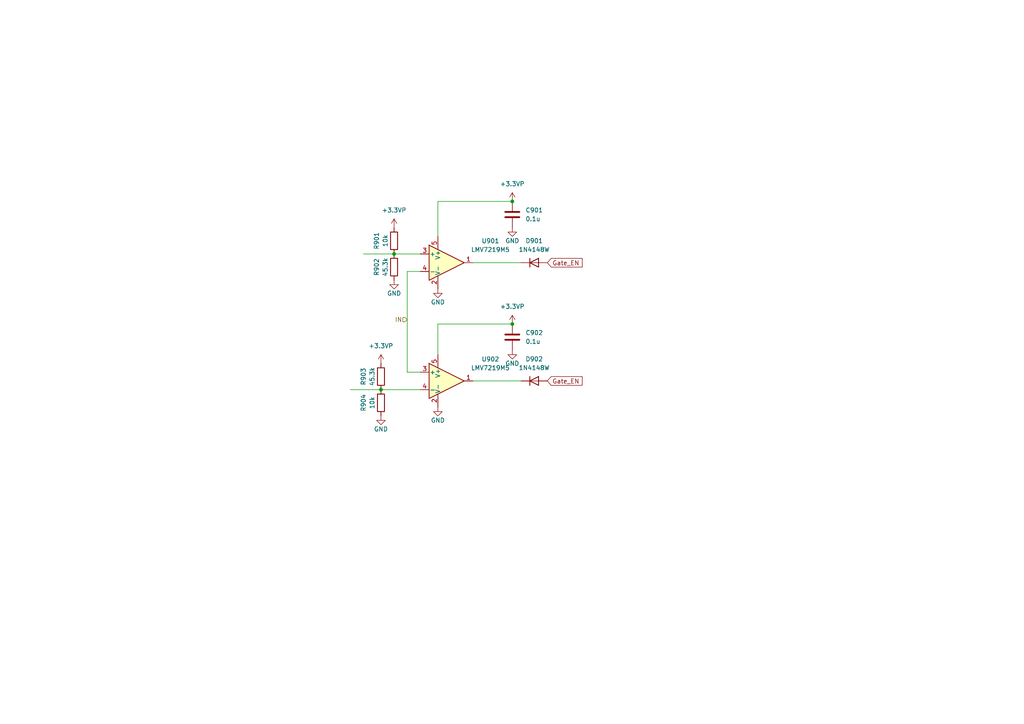
<source format=kicad_sch>
(kicad_sch (version 20231120) (generator "eeschema") (generator_version "8.0")
  (paper "A4")
  (lib_symbols
    (symbol "Comparator:LMV7219M5" (pin_names (offset 0.127))
      (property "Reference" "U" (at -1.27 6.35 0))
      (property "Value" "LMV7219M5" (at -1.27 3.81 0))
      (symbol "LMV7219M5_0_1"
        (polyline (pts (xy -5.08 5.08) (xy 5.08 0) (xy -5.08 -5.08) (xy -5.08 5.08)) (stroke (width 0.254)) (fill (type background)))
        (pin power_in line (at -2.54 -7.62 90) (length 3.81) (name "V-") (number "2"))
        (pin power_in line (at -2.54 7.62 270) (length 3.81) (name "V+") (number "5"))
      )
      (symbol "LMV7219M5_1_1"
        (pin output line (at 7.62 0 180) (length 2.54) (name "~") (number "1"))
        (pin input line (at -7.62 2.54 0) (length 2.54) (name "+") (number "3"))
        (pin input line (at -7.62 -2.54 0) (length 2.54) (name "-") (number "4"))
      )
    )
    (symbol "Device:C" (pin_numbers hide) (pin_names (offset 0.254))
      (property "Reference" "C" (at 0.635 2.54 0))
      (property "Value" "C" (at 0.635 -2.54 0))
      (symbol "C_0_1"
        (polyline (pts (xy -2.032 -0.762) (xy 2.032 -0.762)) (stroke (width 0.508)))
        (polyline (pts (xy -2.032 0.762) (xy 2.032 0.762)) (stroke (width 0.508)))
      )
      (symbol "C_1_1"
        (pin passive line (at 0 3.81 270) (length 2.794) (name "~") (number "1"))
        (pin passive line (at 0 -3.81 90) (length 2.794) (name "~") (number "2"))
      )
    )
    (symbol "Device:R" (pin_numbers hide) (pin_names (offset 0))
      (property "Reference" "R" (at 2.032 0 90))
      (property "Value" "R" (at 0 0 90))
      (symbol "R_0_1"
        (rectangle (start -1.016 -2.54) (end 1.016 2.54) (stroke (width 0.254)))
      )
      (symbol "R_1_1"
        (pin passive line (at 0 3.81 270) (length 1.27) (name "~") (number "1"))
        (pin passive line (at 0 -3.81 90) (length 1.27) (name "~") (number "2"))
      )
    )
    (symbol "Diode:1N4148W" (pin_numbers hide) (pin_names hide)
      (property "Reference" "D" (at 0 2.54 0))
      (property "Value" "1N4148W" (at 0 -2.54 0))
      (symbol "1N4148W_0_1"
        (polyline (pts (xy -1.27 1.27) (xy -1.27 -1.27)) (stroke (width 0.254)))
        (polyline (pts (xy 1.27 0) (xy -1.27 0)))
        (polyline (pts (xy 1.27 1.27) (xy 1.27 -1.27) (xy -1.27 0) (xy 1.27 1.27)) (stroke (width 0.254)))
      )
      (symbol "1N4148W_1_1"
        (pin passive line (at -3.81 0 0) (length 2.54) (name "K") (number "1"))
        (pin passive line (at 3.81 0 180) (length 2.54) (name "A") (number "2"))
      )
    )
    (symbol "power:+3.3VP" (power) (pin_names (offset 0))
      (property "Value" "+3.3VP" (at 0 2.54 0))
      (symbol "+3.3VP_0_0"
        (pin power_in line (at 0 0 90) (length 0) hide (name "+3.3VP") (number "1"))
      )
      (symbol "+3.3VP_0_1"
        (polyline (pts (xy -0.762 1.27) (xy 0 2.54)))
        (polyline (pts (xy 0 0) (xy 0 2.54)))
        (polyline (pts (xy 0 2.54) (xy 0.762 1.27)))
      )
    )
    (symbol "power:GND" (power) (pin_names (offset 0))
      (property "Value" "GND" (at 0 -3.81 0))
      (symbol "GND_0_1"
        (polyline (pts (xy 0 0) (xy 0 -1.27) (xy 1.27 -1.27) (xy 0 -2.54) (xy -1.27 -1.27) (xy 0 -1.27)))
      )
      (symbol "GND_1_1"
        (pin power_in line (at 0 0 270) (length 0) hide (name "GND") (number "1"))
      )
    )
  )
  (junction (at 110.49 113.03))
  (junction (at 148.59 93.98))
  (junction (at 148.59 58.42))
  (junction (at 114.3 73.66))
  (wire (pts (xy 127 93.98) (xy 148.59 93.98)))
  (wire (pts (xy 148.59 58.42) (xy 127 58.42)))
  (wire (pts (xy 127 68.58) (xy 127 58.42)))
  (wire (pts (xy 118.11 78.74) (xy 118.11 107.95)))
  (wire (pts (xy 105.41 73.66) (xy 114.3 73.66)))
  (wire (pts (xy 110.49 113.03) (xy 121.92 113.03)))
  (wire (pts (xy 118.11 78.74) (xy 121.92 78.74)))
  (wire (pts (xy 127 102.87) (xy 127 93.98)))
  (wire (pts (xy 101.6 113.03) (xy 110.49 113.03)))
  (wire (pts (xy 137.16 110.49) (xy 151.13 110.49)))
  (wire (pts (xy 151.13 76.2) (xy 137.16 76.2)))
  (wire (pts (xy 121.92 107.95) (xy 118.11 107.95)))
  (wire (pts (xy 114.3 73.66) (xy 121.92 73.66)))
  (global_label "Gate_EN" (shape input) (at 158.75 110.49 0) (property "Intersheetrefs" "${INTERSHEET_REFS}" (effects (hide yes))))
  (global_label "Gate_EN" (shape input) (at 158.75 76.2 0) (property "Intersheetrefs" "${INTERSHEET_REFS}" (effects (hide yes))))
  (hierarchical_label "IN" (shape input) (at 118.11 92.71 180))
  (symbol (lib_id "Diode:1N4148W") (at 154.94 76.2 0) (unit 1)
    (property "Reference" "D901" (at 154.94 69.85 0))
    (property "Value" "1N4148W" (at 154.94 72.39 0))
    (property "Footprint" "Diode_SMD:D_SOD-123" (effects (hide yes)))
    (property "Datasheet" "https://www.vishay.com/docs/85748/1n4148w.pdf" (effects (hide yes)))
    (property "Description" "75V 0.15A Fast Switching Diode, SOD-123" (effects (hide yes)))
    (property "Sim.Device" "D" (effects (hide yes)))
    (property "Sim.Pins" "1=K 2=A" (effects (hide yes)))
    (instances (project "InverterMainBoard" (path "" (reference "D901") (unit 1)) (path "" (reference "D1001") (unit 1)) (path "" (reference "D1101") (unit 1)) (path "" (reference "D1201") (unit 1))))
  )
  (symbol (lib_id "power:GND") (at 127 83.82 0) (unit 1)
    (property "Reference" "#PWR0907" (effects (hide yes)))
    (property "Value" "GND" (at 127 87.63 0))
    (property "Description" "Power symbol creates a global label with name \"GND\" , ground" (effects (hide yes)))
    (instances (project "InverterMainBoard" (path "" (reference "#PWR0907") (unit 1)) (path "" (reference "#PWR01007") (unit 1)) (path "" (reference "#PWR01107") (unit 1)) (path "" (reference "#PWR01207") (unit 1))))
  )
  (symbol (lib_id "Device:R") (at 110.49 109.22 180) (unit 1)
    (property "Reference" "R903" (at 105.41 109.22 90))
    (property "Value" "45.3k" (at 107.95 109.22 90))
    (property "Footprint" "Resistor_SMD:R_0603_1608Metric" (effects (hide yes)))
    (property "Description" "Resistor" (effects (hide yes)))
    (instances (project "InverterMainBoard" (path "" (reference "R903") (unit 1)) (path "" (reference "R1003") (unit 1)) (path "" (reference "R1103") (unit 1)) (path "" (reference "R1203") (unit 1))))
  )
  (symbol (lib_id "Device:C") (at 148.59 62.23 180) (unit 1)
    (property "Reference" "C901" (at 152.4 60.9599 0) (effects (justify right)))
    (property "Value" "0.1u" (at 152.4 63.4999 0) (effects (justify right)))
    (property "Footprint" "Capacitor_SMD:C_0603_1608Metric" (effects (hide yes)))
    (property "Description" "Unpolarized capacitor" (effects (hide yes)))
    (instances (project "InverterMainBoard" (path "" (reference "C901") (unit 1)) (path "" (reference "C1001") (unit 1)) (path "" (reference "C1101") (unit 1)) (path "" (reference "C1201") (unit 1))))
  )
  (symbol (lib_id "power:+3.3VP") (at 114.3 66.04 0) (unit 1)
    (property "Reference" "#PWR0902" (effects (hide yes)))
    (property "Value" "+3.3VP" (at 114.3 60.96 0))
    (property "Description" "Power symbol creates a global label with name \"+3.3VP\"" (effects (hide yes)))
    (instances (project "InverterMainBoard" (path "" (reference "#PWR0902") (unit 1)) (path "" (reference "#PWR01002") (unit 1)) (path "" (reference "#PWR01102") (unit 1)) (path "" (reference "#PWR01202") (unit 1))))
  )
  (symbol (lib_id "power:+3.3VP") (at 148.59 58.42 0) (unit 1)
    (property "Reference" "#PWR0901" (effects (hide yes)))
    (property "Value" "+3.3VP" (at 148.59 53.34 0))
    (property "Description" "Power symbol creates a global label with name \"+3.3VP\"" (effects (hide yes)))
    (instances (project "InverterMainBoard" (path "" (reference "#PWR0901") (unit 1)) (path "" (reference "#PWR01001") (unit 1)) (path "" (reference "#PWR01101") (unit 1)) (path "" (reference "#PWR01201") (unit 1))))
  )
  (symbol (lib_id "power:+3.3VP") (at 110.49 105.41 0) (unit 1)
    (property "Reference" "#PWR0910" (effects (hide yes)))
    (property "Value" "+3.3VP" (at 110.49 100.33 0))
    (property "Description" "Power symbol creates a global label with name \"+3.3VP\"" (effects (hide yes)))
    (instances (project "InverterMainBoard" (path "" (reference "#PWR0910") (unit 1)) (path "" (reference "#PWR01010") (unit 1)) (path "" (reference "#PWR01110") (unit 1)) (path "" (reference "#PWR01210") (unit 1))))
  )
  (symbol (lib_id "Device:R") (at 110.49 116.84 180) (unit 1)
    (property "Reference" "R904" (at 105.41 116.84 90))
    (property "Value" "10k" (at 107.95 116.84 90))
    (property "Footprint" "Resistor_SMD:R_0603_1608Metric" (effects (hide yes)))
    (property "Description" "Resistor" (effects (hide yes)))
    (instances (project "InverterMainBoard" (path "" (reference "R904") (unit 1)) (path "" (reference "R1004") (unit 1)) (path "" (reference "R1104") (unit 1)) (path "" (reference "R1204") (unit 1))))
  )
  (symbol (lib_id "Diode:1N4148W") (at 154.94 110.49 0) (unit 1)
    (property "Reference" "D902" (at 154.94 104.14 0))
    (property "Value" "1N4148W" (at 154.94 106.68 0))
    (property "Footprint" "Diode_SMD:D_SOD-123" (effects (hide yes)))
    (property "Datasheet" "https://www.vishay.com/docs/85748/1n4148w.pdf" (effects (hide yes)))
    (property "Description" "75V 0.15A Fast Switching Diode, SOD-123" (effects (hide yes)))
    (property "Sim.Device" "D" (effects (hide yes)))
    (property "Sim.Pins" "1=K 2=A" (effects (hide yes)))
    (instances (project "InverterMainBoard" (path "" (reference "D902") (unit 1)) (path "" (reference "D1002") (unit 1)) (path "" (reference "D1102") (unit 1)) (path "" (reference "D1202") (unit 1))))
  )
  (symbol (lib_id "Comparator:LMV7219M5") (at 129.54 110.49 0) (unit 1)
    (property "Reference" "U902" (at 142.24 104.1714 0))
    (property "Value" "LMV7219M5" (at 142.24 106.7114 0))
    (property "Footprint" "Package_TO_SOT_SMD:SOT-23-5" (effects (hide yes)))
    (property "Datasheet" "https://www.ti.com/lit/ds/symlink/lmv7219.pdf" (effects (hide yes)))
    (property "Description" "Single Low-Power High-Speed Push-Pull Output Comparator, SOT-23-5" (effects (hide yes)))
    (instances (project "InverterMainBoard" (path "" (reference "U902") (unit 1)) (path "" (reference "U1002") (unit 1)) (path "" (reference "U1102") (unit 1)) (path "" (reference "U1202") (unit 1))))
  )
  (symbol (lib_id "power:GND") (at 127 118.11 0) (unit 1)
    (property "Reference" "#PWR0913" (effects (hide yes)))
    (property "Value" "GND" (at 127 121.92 0))
    (property "Description" "Power symbol creates a global label with name \"GND\" , ground" (effects (hide yes)))
    (instances (project "InverterMainBoard" (path "" (reference "#PWR0913") (unit 1)) (path "" (reference "#PWR01013") (unit 1)) (path "" (reference "#PWR01113") (unit 1)) (path "" (reference "#PWR01213") (unit 1))))
  )
  (symbol (lib_id "Comparator:LMV7219M5") (at 129.54 76.2 0) (unit 1)
    (property "Reference" "U901" (at 142.24 69.8814 0))
    (property "Value" "LMV7219M5" (at 142.24 72.4214 0))
    (property "Footprint" "Package_TO_SOT_SMD:SOT-23-5" (effects (hide yes)))
    (property "Datasheet" "https://www.ti.com/lit/ds/symlink/lmv7219.pdf" (effects (hide yes)))
    (property "Description" "Single Low-Power High-Speed Push-Pull Output Comparator, SOT-23-5" (effects (hide yes)))
    (instances (project "InverterMainBoard" (path "" (reference "U901") (unit 1)) (path "" (reference "U1001") (unit 1)) (path "" (reference "U1101") (unit 1)) (path "" (reference "U1201") (unit 1))))
  )
  (symbol (lib_id "Device:C") (at 148.59 97.79 180) (unit 1)
    (property "Reference" "C902" (at 152.4 96.5199 0) (effects (justify right)))
    (property "Value" "0.1u" (at 152.4 99.0599 0) (effects (justify right)))
    (property "Footprint" "Capacitor_SMD:C_0603_1608Metric" (effects (hide yes)))
    (property "Description" "Unpolarized capacitor" (effects (hide yes)))
    (instances (project "InverterMainBoard" (path "" (reference "C902") (unit 1)) (path "" (reference "C1002") (unit 1)) (path "" (reference "C1102") (unit 1)) (path "" (reference "C1202") (unit 1))))
  )
  (symbol (lib_id "power:GND") (at 148.59 66.04 0) (unit 1)
    (property "Reference" "#PWR0903" (effects (hide yes)))
    (property "Value" "GND" (at 148.59 69.85 0))
    (property "Description" "Power symbol creates a global label with name \"GND\" , ground" (effects (hide yes)))
    (instances (project "InverterMainBoard" (path "" (reference "#PWR0903") (unit 1)) (path "" (reference "#PWR01003") (unit 1)) (path "" (reference "#PWR01103") (unit 1)) (path "" (reference "#PWR01203") (unit 1))))
  )
  (symbol (lib_id "power:GND") (at 110.49 120.65 0) (unit 1)
    (property "Reference" "#PWR0914" (effects (hide yes)))
    (property "Value" "GND" (at 110.49 124.46 0))
    (property "Description" "Power symbol creates a global label with name \"GND\" , ground" (effects (hide yes)))
    (instances (project "InverterMainBoard" (path "" (reference "#PWR0914") (unit 1)) (path "" (reference "#PWR01014") (unit 1)) (path "" (reference "#PWR01114") (unit 1)) (path "" (reference "#PWR01214") (unit 1))))
  )
  (symbol (lib_id "Device:R") (at 114.3 69.85 180) (unit 1)
    (property "Reference" "R901" (at 109.22 69.85 90))
    (property "Value" "10k" (at 111.76 69.85 90))
    (property "Footprint" "Resistor_SMD:R_0603_1608Metric" (effects (hide yes)))
    (property "Description" "Resistor" (effects (hide yes)))
    (instances (project "InverterMainBoard" (path "" (reference "R901") (unit 1)) (path "" (reference "R1001") (unit 1)) (path "" (reference "R1101") (unit 1)) (path "" (reference "R1201") (unit 1))))
  )
  (symbol (lib_id "power:GND") (at 114.3 81.28 0) (unit 1)
    (property "Reference" "#PWR0906" (effects (hide yes)))
    (property "Value" "GND" (at 114.3 85.09 0))
    (property "Description" "Power symbol creates a global label with name \"GND\" , ground" (effects (hide yes)))
    (instances (project "InverterMainBoard" (path "" (reference "#PWR0906") (unit 1)) (path "" (reference "#PWR01006") (unit 1)) (path "" (reference "#PWR01106") (unit 1)) (path "" (reference "#PWR01206") (unit 1))))
  )
  (symbol (lib_id "power:+3.3VP") (at 148.59 93.98 0) (unit 1)
    (property "Reference" "#PWR0908" (effects (hide yes)))
    (property "Value" "+3.3VP" (at 148.59 88.9 0))
    (property "Description" "Power symbol creates a global label with name \"+3.3VP\"" (effects (hide yes)))
    (instances (project "InverterMainBoard" (path "" (reference "#PWR0908") (unit 1)) (path "" (reference "#PWR01008") (unit 1)) (path "" (reference "#PWR01108") (unit 1)) (path "" (reference "#PWR01208") (unit 1))))
  )
  (symbol (lib_id "power:GND") (at 148.59 101.6 0) (unit 1)
    (property "Reference" "#PWR0909" (effects (hide yes)))
    (property "Value" "GND" (at 148.59 105.41 0))
    (property "Description" "Power symbol creates a global label with name \"GND\" , ground" (effects (hide yes)))
    (instances (project "InverterMainBoard" (path "" (reference "#PWR0909") (unit 1)) (path "" (reference "#PWR01009") (unit 1)) (path "" (reference "#PWR01109") (unit 1)) (path "" (reference "#PWR01209") (unit 1))))
  )
  (symbol (lib_id "Device:R") (at 114.3 77.47 180) (unit 1)
    (property "Reference" "R902" (at 109.22 77.47 90))
    (property "Value" "45.3k" (at 111.76 77.47 90))
    (property "Footprint" "Resistor_SMD:R_0603_1608Metric" (effects (hide yes)))
    (property "Description" "Resistor" (effects (hide yes)))
    (instances (project "InverterMainBoard" (path "" (reference "R902") (unit 1)) (path "" (reference "R1002") (unit 1)) (path "" (reference "R1102") (unit 1)) (path "" (reference "R1202") (unit 1))))
  )
)
</source>
